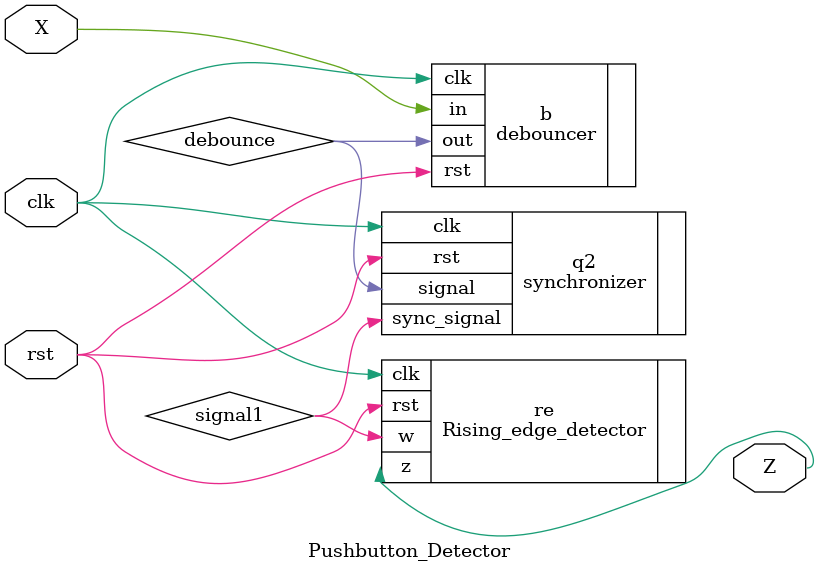
<source format=v>
`timescale 1ns / 1ps


module Pushbutton_Detector(input X,input clk , input rst, output Z);
wire debounce;
wire signal1;
debouncer b( .clk(clk), .rst(rst), .in(X),  .out(debounce));
synchronizer q2(.signal(debounce), .clk(clk), .rst(rst),.sync_signal(signal1));
Rising_edge_detector re(  .clk(clk), .rst(rst),.w(signal1), .z(Z));



endmodule

</source>
